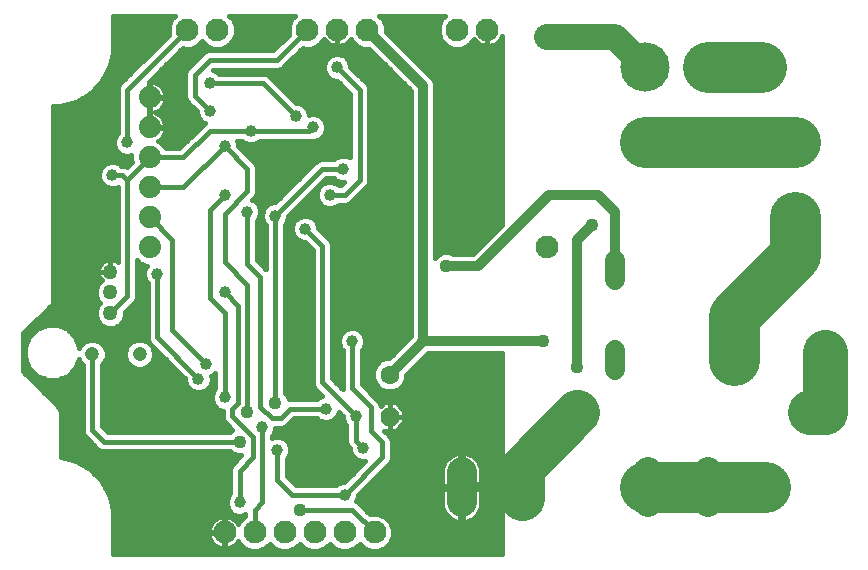
<source format=gbl>
G75*
G70*
%OFA0B0*%
%FSLAX24Y24*%
%IPPOS*%
%LPD*%
%AMOC8*
5,1,8,0,0,1.08239X$1,22.5*
%
%ADD10C,0.0760*%
%ADD11C,0.0500*%
%ADD12C,0.0475*%
%ADD13C,0.0740*%
%ADD14OC8,0.0630*%
%ADD15C,0.0630*%
%ADD16C,0.0650*%
%ADD17C,0.0660*%
%ADD18C,0.1640*%
%ADD19C,0.1000*%
%ADD20C,0.0436*%
%ADD21C,0.0160*%
%ADD22C,0.0397*%
%ADD23C,0.0320*%
%ADD24C,0.1700*%
%ADD25C,0.0860*%
%ADD26C,0.1500*%
%ADD27C,0.0560*%
D10*
X007939Y001436D03*
X008939Y001436D03*
X009939Y001436D03*
X010939Y001436D03*
X011939Y001436D03*
X012939Y001436D03*
X018689Y010936D03*
X018689Y017936D03*
X016689Y018186D03*
X015689Y018186D03*
X012689Y018186D03*
X011689Y018186D03*
X010689Y018186D03*
X007689Y018186D03*
X006689Y018186D03*
D11*
X004127Y010123D03*
X004127Y009436D03*
X004127Y008748D03*
D12*
X003527Y007373D03*
X005101Y007373D03*
D13*
X005439Y010936D03*
X005439Y011936D03*
X005439Y012936D03*
X005439Y013936D03*
X005439Y014936D03*
X005439Y015936D03*
D14*
X013439Y005298D03*
D15*
X013439Y006698D03*
D16*
X019364Y005436D02*
X020014Y005436D01*
X027364Y005436D02*
X028014Y005436D01*
D17*
X027939Y006856D02*
X027939Y007516D01*
X024939Y007516D02*
X024939Y006856D01*
X020939Y006856D02*
X020939Y007516D01*
X020939Y009856D02*
X020939Y010516D01*
D18*
X021939Y014436D03*
X024439Y014436D03*
X026939Y014436D03*
X026939Y011936D03*
X025814Y016936D03*
X024064Y016936D03*
X021939Y016936D03*
X025939Y002936D03*
D19*
X024039Y002436D02*
X024039Y003436D01*
X022039Y003436D02*
X022039Y002436D01*
X017839Y002436D02*
X017839Y003436D01*
X015839Y003436D02*
X015839Y002436D01*
D20*
X014189Y001186D03*
X010439Y002186D03*
X008439Y004463D03*
X008689Y005436D03*
X009627Y005748D03*
X015314Y010311D03*
X018564Y007811D03*
X019689Y006936D03*
X020189Y011686D03*
D21*
X004219Y001991D02*
X004219Y000716D01*
X017189Y000716D01*
X017189Y002071D01*
X017099Y002288D01*
X017099Y003583D01*
X017189Y003800D01*
X017189Y007411D01*
X014717Y007411D01*
X013994Y006687D01*
X013994Y006588D01*
X013910Y006384D01*
X013753Y006228D01*
X013549Y006143D01*
X013329Y006143D01*
X013125Y006228D01*
X012969Y006384D01*
X012884Y006588D01*
X012884Y006809D01*
X012969Y007012D01*
X013125Y007169D01*
X013329Y007253D01*
X013428Y007253D01*
X014151Y007976D01*
X014151Y016157D01*
X012743Y017566D01*
X012566Y017566D01*
X012338Y017660D01*
X012163Y017834D01*
X012141Y017889D01*
X012101Y017834D01*
X012041Y017774D01*
X011972Y017724D01*
X011896Y017685D01*
X011816Y017659D01*
X011732Y017646D01*
X011698Y017646D01*
X011698Y018177D01*
X011680Y018177D01*
X011680Y017646D01*
X011647Y017646D01*
X011563Y017659D01*
X011482Y017685D01*
X011406Y017724D01*
X011337Y017774D01*
X011277Y017834D01*
X011237Y017889D01*
X011215Y017834D01*
X011040Y017660D01*
X010812Y017566D01*
X010566Y017566D01*
X010535Y017579D01*
X009960Y017004D01*
X009870Y016914D01*
X009753Y016866D01*
X007572Y016866D01*
X007542Y016836D01*
X007687Y016776D01*
X007739Y016724D01*
X009157Y016724D01*
X009284Y016724D01*
X009402Y016676D01*
X009481Y016596D01*
X009492Y016586D01*
X009492Y016586D01*
X010328Y015749D01*
X010401Y015749D01*
X010562Y015682D01*
X010686Y015559D01*
X010752Y015398D01*
X010752Y015359D01*
X010789Y015374D01*
X010964Y015374D01*
X011125Y015307D01*
X011248Y015184D01*
X011315Y015023D01*
X011315Y014848D01*
X011248Y014687D01*
X011125Y014564D01*
X010964Y014497D01*
X012119Y014497D01*
X012119Y014339D02*
X008377Y014339D01*
X008377Y014325D02*
X008377Y014398D01*
X008339Y014491D01*
X008514Y014491D01*
X008566Y014439D01*
X008727Y014372D01*
X008901Y014372D01*
X009062Y014439D01*
X009114Y014491D01*
X010815Y014491D01*
X010831Y014497D01*
X010964Y014497D01*
X011217Y014656D02*
X012119Y014656D01*
X012119Y014814D02*
X011301Y014814D01*
X011315Y014973D02*
X012119Y014973D01*
X012119Y015131D02*
X011270Y015131D01*
X011142Y015290D02*
X012119Y015290D01*
X012119Y015448D02*
X010731Y015448D01*
X010638Y015607D02*
X012119Y015607D01*
X012119Y015766D02*
X010312Y015766D01*
X010153Y015924D02*
X012119Y015924D01*
X012119Y016053D02*
X012119Y013935D01*
X011964Y013999D01*
X011789Y013999D01*
X011628Y013932D01*
X011576Y013881D01*
X011125Y013881D01*
X011008Y013832D01*
X010918Y013742D01*
X009612Y012436D01*
X009539Y012436D01*
X008996Y012436D01*
X008937Y012495D02*
X008858Y012527D01*
X008960Y012629D01*
X009009Y012747D01*
X009009Y012874D01*
X009009Y013624D01*
X008960Y013742D01*
X008870Y013832D01*
X008377Y014325D01*
X008522Y014180D02*
X012119Y014180D01*
X012119Y014022D02*
X008681Y014022D01*
X008839Y013863D02*
X011083Y013863D01*
X010880Y013704D02*
X008976Y013704D01*
X009009Y013546D02*
X010722Y013546D01*
X010563Y013387D02*
X009009Y013387D01*
X009009Y013229D02*
X010405Y013229D01*
X010246Y013070D02*
X009009Y013070D01*
X009009Y012912D02*
X010088Y012912D01*
X009929Y012753D02*
X009009Y012753D01*
X008926Y012595D02*
X009771Y012595D01*
X009539Y012436D02*
X009378Y012370D01*
X009255Y012246D01*
X009188Y012085D01*
X009188Y011911D01*
X009255Y011750D01*
X009307Y011698D01*
X009307Y010208D01*
X009009Y010506D01*
X009009Y011823D01*
X009061Y011875D01*
X009127Y012036D01*
X009127Y012210D01*
X009061Y012371D01*
X008937Y012495D01*
X009100Y012278D02*
X009286Y012278D01*
X009202Y012119D02*
X009127Y012119D01*
X009096Y011961D02*
X009188Y011961D01*
X009233Y011802D02*
X009009Y011802D01*
X009009Y011643D02*
X009307Y011643D01*
X009307Y011485D02*
X009009Y011485D01*
X009009Y011326D02*
X009307Y011326D01*
X009307Y011168D02*
X009009Y011168D01*
X009009Y011009D02*
X009307Y011009D01*
X009307Y010851D02*
X009009Y010851D01*
X009009Y010692D02*
X009307Y010692D01*
X009307Y010534D02*
X009009Y010534D01*
X009140Y010375D02*
X009307Y010375D01*
X009298Y010217D02*
X009307Y010217D01*
X009127Y009936D02*
X009127Y005623D01*
X009502Y005248D01*
X009814Y005248D01*
X010127Y005561D01*
X011314Y005561D01*
X011014Y005881D02*
X010190Y005881D01*
X010068Y005881D01*
X010015Y006008D01*
X009947Y006076D01*
X009947Y011698D01*
X009998Y011750D01*
X010065Y011911D01*
X010065Y011984D01*
X011322Y013241D01*
X011576Y013241D01*
X011628Y013189D01*
X011789Y013122D01*
X011923Y013122D01*
X011806Y013006D01*
X011739Y013006D01*
X011687Y013057D01*
X011526Y013124D01*
X011352Y013124D01*
X011191Y013057D01*
X011067Y012934D01*
X011001Y012773D01*
X011001Y012598D01*
X011067Y012437D01*
X011191Y012314D01*
X011352Y012247D01*
X011526Y012247D01*
X011687Y012314D01*
X011739Y012366D01*
X012003Y012366D01*
X012120Y012414D01*
X012210Y012504D01*
X012620Y012914D01*
X012710Y013004D01*
X012759Y013122D01*
X012759Y016122D01*
X012759Y016249D01*
X012710Y016367D01*
X012127Y016950D01*
X012127Y017023D01*
X012061Y017184D01*
X011937Y017307D01*
X011776Y017374D01*
X011602Y017374D01*
X011441Y017307D01*
X011317Y017184D01*
X011251Y017023D01*
X011251Y016848D01*
X011317Y016687D01*
X011441Y016564D01*
X011602Y016497D01*
X011675Y016497D01*
X012119Y016053D01*
X012089Y016083D02*
X009995Y016083D01*
X009836Y016241D02*
X011931Y016241D01*
X011772Y016400D02*
X009677Y016400D01*
X009519Y016558D02*
X011454Y016558D01*
X011305Y016717D02*
X009302Y016717D01*
X009220Y016404D02*
X010314Y015311D01*
X010752Y014811D02*
X010877Y014936D01*
X010752Y014811D02*
X008689Y014811D01*
X008814Y014811D01*
X008689Y014811D02*
X008689Y014811D01*
X007439Y014811D01*
X006564Y013936D01*
X005439Y013936D01*
X004689Y013186D01*
X004533Y013342D01*
X004189Y013342D01*
X003751Y013387D02*
X002219Y013387D01*
X002219Y013229D02*
X003761Y013229D01*
X003751Y013255D02*
X003817Y013094D01*
X003941Y012970D01*
X004102Y012903D01*
X004276Y012903D01*
X004369Y012942D01*
X004369Y010454D01*
X004341Y010474D01*
X004284Y010503D01*
X004223Y010523D01*
X004159Y010533D01*
X004127Y010533D01*
X004127Y010123D01*
X004126Y010123D01*
X003717Y010123D01*
X003717Y010091D01*
X003727Y010027D01*
X003747Y009966D01*
X003776Y009908D01*
X003814Y009856D01*
X003834Y009836D01*
X003711Y009713D01*
X003637Y009533D01*
X003637Y009338D01*
X003711Y009158D01*
X003777Y009092D01*
X003711Y009026D01*
X003637Y008846D01*
X003637Y008651D01*
X003711Y008470D01*
X003849Y008333D01*
X004029Y008258D01*
X004224Y008258D01*
X004404Y008333D01*
X004542Y008470D01*
X004617Y008651D01*
X004617Y008786D01*
X004960Y009129D01*
X005009Y009247D01*
X005009Y009374D01*
X005009Y010503D01*
X005094Y010418D01*
X005318Y010326D01*
X005334Y010326D01*
X005317Y010309D01*
X005251Y010148D01*
X005251Y009973D01*
X005317Y009812D01*
X005369Y009761D01*
X005369Y007999D01*
X005369Y007872D01*
X005418Y007754D01*
X006626Y006546D01*
X006626Y006473D01*
X006692Y006312D01*
X006816Y006189D01*
X006977Y006122D01*
X007151Y006122D01*
X007312Y006189D01*
X007436Y006312D01*
X007502Y006473D01*
X007502Y006648D01*
X007497Y006662D01*
X007562Y006689D01*
X007619Y006746D01*
X007619Y006236D01*
X007567Y006184D01*
X007501Y006023D01*
X007501Y005848D01*
X007567Y005687D01*
X007691Y005564D01*
X007852Y005497D01*
X007869Y005497D01*
X007869Y005247D01*
X007918Y005129D01*
X008008Y005039D01*
X008191Y004856D01*
X008180Y004851D01*
X008111Y004783D01*
X004044Y004783D01*
X003847Y004981D01*
X003847Y007018D01*
X003931Y007103D01*
X004004Y007278D01*
X004004Y007468D01*
X003931Y007644D01*
X003797Y007778D01*
X003622Y007851D01*
X003432Y007851D01*
X003256Y007778D01*
X003122Y007644D01*
X003099Y007588D01*
X003099Y007617D01*
X002960Y007951D01*
X002704Y008207D01*
X002370Y008345D01*
X002008Y008345D01*
X001674Y008207D01*
X001418Y007951D01*
X001279Y007617D01*
X001279Y007255D01*
X001418Y006920D01*
X001674Y006664D01*
X002008Y006526D01*
X002370Y006526D01*
X002704Y006664D01*
X002960Y006920D01*
X003079Y007206D01*
X003122Y007103D01*
X003207Y007018D01*
X003207Y004912D01*
X003207Y004784D01*
X003255Y004667D01*
X003255Y004668D02*
X002469Y004668D01*
X002469Y004826D02*
X003207Y004826D01*
X003207Y004985D02*
X002469Y004985D01*
X002469Y005143D02*
X003207Y005143D01*
X003207Y005302D02*
X002469Y005302D01*
X002469Y005460D02*
X003207Y005460D01*
X003207Y005619D02*
X002402Y005619D01*
X002426Y005594D02*
X002348Y005673D01*
X001219Y006802D01*
X001219Y008070D01*
X002176Y009027D01*
X002219Y009130D01*
X002219Y009241D01*
X002219Y015656D01*
X002245Y015656D01*
X002456Y015656D01*
X002456Y015656D01*
X002973Y015794D01*
X003435Y016061D01*
X003435Y016061D01*
X003813Y016439D01*
X003813Y016439D01*
X004081Y016902D01*
X004219Y017418D01*
X004219Y017418D01*
X004219Y017630D01*
X004219Y018656D01*
X006282Y018656D01*
X006163Y018537D01*
X006069Y018309D01*
X006069Y018062D01*
X006082Y018031D01*
X004418Y016367D01*
X004369Y016249D01*
X004369Y016122D01*
X004369Y014736D01*
X004317Y014684D01*
X004251Y014523D01*
X004251Y014348D01*
X004317Y014187D01*
X004441Y014064D01*
X004602Y013997D01*
X004776Y013997D01*
X004829Y014019D01*
X004829Y013814D01*
X004840Y013789D01*
X004679Y013628D01*
X004596Y013662D01*
X004489Y013662D01*
X004437Y013714D01*
X004276Y013780D01*
X004102Y013780D01*
X003941Y013714D01*
X003817Y013590D01*
X003751Y013429D01*
X003751Y013255D01*
X003841Y013070D02*
X002219Y013070D01*
X002219Y012912D02*
X004082Y012912D01*
X004296Y012912D02*
X004369Y012912D01*
X004369Y012753D02*
X002219Y012753D01*
X002219Y012595D02*
X004369Y012595D01*
X004369Y012436D02*
X002219Y012436D01*
X002219Y012278D02*
X004369Y012278D01*
X004369Y012119D02*
X002219Y012119D01*
X002219Y011961D02*
X004369Y011961D01*
X004369Y011802D02*
X002219Y011802D01*
X002219Y011643D02*
X004369Y011643D01*
X004369Y011485D02*
X002219Y011485D01*
X002219Y011326D02*
X004369Y011326D01*
X004369Y011168D02*
X002219Y011168D01*
X002219Y011009D02*
X004369Y011009D01*
X004369Y010851D02*
X002219Y010851D01*
X002219Y010692D02*
X004369Y010692D01*
X004369Y010534D02*
X002219Y010534D01*
X002219Y010375D02*
X003803Y010375D01*
X003814Y010390D02*
X003776Y010338D01*
X003747Y010280D01*
X003727Y010219D01*
X003717Y010155D01*
X003717Y010123D01*
X004126Y010123D01*
X004126Y010123D01*
X004126Y010533D01*
X004094Y010533D01*
X004031Y010523D01*
X003969Y010503D01*
X003912Y010474D01*
X003859Y010436D01*
X003814Y010390D01*
X003726Y010217D02*
X002219Y010217D01*
X002219Y010058D02*
X003722Y010058D01*
X003782Y009899D02*
X002219Y009899D01*
X002219Y009741D02*
X003739Y009741D01*
X003657Y009582D02*
X002219Y009582D01*
X002219Y009424D02*
X003637Y009424D01*
X003667Y009265D02*
X002219Y009265D01*
X002209Y009107D02*
X003762Y009107D01*
X003679Y008948D02*
X002098Y008948D01*
X001939Y008790D02*
X003637Y008790D01*
X003645Y008631D02*
X001781Y008631D01*
X001622Y008473D02*
X003710Y008473D01*
X003894Y008314D02*
X002446Y008314D01*
X002756Y008155D02*
X005369Y008155D01*
X005369Y007997D02*
X002914Y007997D01*
X003007Y007838D02*
X003402Y007838D01*
X003651Y007838D02*
X004977Y007838D01*
X005006Y007851D02*
X004831Y007778D01*
X004697Y007644D01*
X004624Y007468D01*
X004624Y007278D01*
X004697Y007103D01*
X004831Y006968D01*
X005006Y006896D01*
X005196Y006896D01*
X005372Y006968D01*
X005506Y007103D01*
X005579Y007278D01*
X005579Y007468D01*
X005506Y007644D01*
X005372Y007778D01*
X005196Y007851D01*
X005006Y007851D01*
X005226Y007838D02*
X005383Y007838D01*
X005470Y007680D02*
X005492Y007680D01*
X005557Y007521D02*
X005651Y007521D01*
X005579Y007363D02*
X005809Y007363D01*
X005968Y007204D02*
X005548Y007204D01*
X005449Y007046D02*
X006126Y007046D01*
X006285Y006887D02*
X003847Y006887D01*
X003847Y006729D02*
X006443Y006729D01*
X006602Y006570D02*
X003847Y006570D01*
X003847Y006411D02*
X006651Y006411D01*
X006752Y006253D02*
X003847Y006253D01*
X003847Y006094D02*
X007530Y006094D01*
X007501Y005936D02*
X003847Y005936D01*
X003847Y005777D02*
X007530Y005777D01*
X007636Y005619D02*
X003847Y005619D01*
X003847Y005460D02*
X007869Y005460D01*
X007869Y005497D02*
X007869Y005497D01*
X007869Y005302D02*
X003847Y005302D01*
X003847Y005143D02*
X007912Y005143D01*
X008062Y004985D02*
X003847Y004985D01*
X004001Y004826D02*
X008154Y004826D01*
X008439Y004463D02*
X003911Y004463D01*
X003527Y004848D01*
X003527Y007373D01*
X003080Y007204D02*
X003078Y007204D01*
X003012Y007046D02*
X003179Y007046D01*
X003207Y006887D02*
X002927Y006887D01*
X002769Y006729D02*
X003207Y006729D01*
X003207Y006570D02*
X002477Y006570D01*
X001901Y006570D02*
X001451Y006570D01*
X001609Y006411D02*
X003207Y006411D01*
X003207Y006253D02*
X001768Y006253D01*
X001926Y006094D02*
X003207Y006094D01*
X003207Y005936D02*
X002085Y005936D01*
X002243Y005777D02*
X003207Y005777D01*
X002469Y005491D02*
X002426Y005594D01*
X002469Y005491D02*
X002469Y003962D01*
X002973Y003827D01*
X002973Y003827D01*
X003435Y003560D01*
X003435Y003560D01*
X003435Y003560D01*
X003813Y003182D01*
X003813Y003182D01*
X004081Y002719D01*
X004219Y002203D01*
X004219Y001991D01*
X004219Y001991D01*
X004219Y001972D02*
X007876Y001972D01*
X007897Y001976D02*
X007813Y001962D01*
X007732Y001936D01*
X007656Y001897D01*
X007587Y001847D01*
X007527Y001787D01*
X007477Y001719D01*
X007439Y001643D01*
X007412Y001562D01*
X007399Y001478D01*
X007399Y001454D01*
X007920Y001454D01*
X007920Y001417D01*
X007399Y001417D01*
X007399Y001393D01*
X007412Y001309D01*
X007439Y001228D01*
X007477Y001153D01*
X007527Y001084D01*
X007587Y001024D01*
X007656Y000974D01*
X007732Y000935D01*
X007813Y000909D01*
X007897Y000896D01*
X007921Y000896D01*
X007921Y001417D01*
X007957Y001417D01*
X007957Y000896D01*
X007982Y000896D01*
X008066Y000909D01*
X008146Y000935D01*
X008222Y000974D01*
X008291Y001024D01*
X008351Y001084D01*
X008391Y001139D01*
X008413Y001084D01*
X008588Y000910D01*
X008816Y000816D01*
X009062Y000816D01*
X009290Y000910D01*
X009439Y001059D01*
X009588Y000910D01*
X009816Y000816D01*
X010062Y000816D01*
X010290Y000910D01*
X010439Y001059D01*
X010588Y000910D01*
X010816Y000816D01*
X011062Y000816D01*
X011290Y000910D01*
X011439Y001059D01*
X011588Y000910D01*
X011816Y000816D01*
X012062Y000816D01*
X012290Y000910D01*
X012439Y001059D01*
X012588Y000910D01*
X012816Y000816D01*
X013062Y000816D01*
X013290Y000910D01*
X013465Y001084D01*
X013559Y001312D01*
X013559Y001559D01*
X013465Y001787D01*
X013290Y001961D01*
X013062Y002056D01*
X012816Y002056D01*
X012785Y002043D01*
X012370Y002457D01*
X012326Y002475D01*
X012377Y002598D01*
X012377Y002671D01*
X013460Y003754D01*
X013509Y003872D01*
X013509Y003999D01*
X013509Y004499D01*
X013460Y004617D01*
X013370Y004707D01*
X013254Y004823D01*
X013439Y004823D01*
X013636Y004823D01*
X013914Y005101D01*
X013914Y005298D01*
X013439Y005298D01*
X013439Y004823D01*
X013439Y005298D01*
X013439Y005298D01*
X013439Y005298D01*
X013439Y005299D02*
X013439Y005773D01*
X013242Y005773D01*
X013134Y005665D01*
X013134Y005687D01*
X013123Y005714D01*
X013085Y005804D01*
X012995Y005894D01*
X012710Y006179D01*
X012710Y006179D01*
X012509Y006381D01*
X012509Y007372D01*
X012509Y007499D01*
X012508Y007502D01*
X012508Y007510D01*
X012560Y007561D01*
X012626Y007722D01*
X012626Y007897D01*
X012560Y008058D01*
X012436Y008181D01*
X012275Y008248D01*
X012101Y008248D01*
X011940Y008181D01*
X011816Y008058D01*
X011750Y007897D01*
X011750Y007722D01*
X011816Y007561D01*
X011868Y007510D01*
X011868Y007500D01*
X011868Y007373D01*
X011869Y007371D01*
X011869Y006208D01*
X011509Y006568D01*
X011509Y010934D01*
X011509Y011062D01*
X011460Y011179D01*
X011065Y011575D01*
X011065Y011648D01*
X010998Y011809D01*
X010875Y011932D01*
X010714Y011999D01*
X010539Y011999D01*
X010378Y011932D01*
X010255Y011809D01*
X010188Y011648D01*
X010188Y011473D01*
X010255Y011312D01*
X010378Y011189D01*
X010539Y011122D01*
X010612Y011122D01*
X010869Y010866D01*
X010869Y006372D01*
X010918Y006254D01*
X011008Y006164D01*
X011189Y005983D01*
X011066Y005932D01*
X011014Y005881D01*
X011074Y005936D02*
X010045Y005936D01*
X009947Y006094D02*
X011078Y006094D01*
X010919Y006253D02*
X009947Y006253D01*
X009947Y006411D02*
X010869Y006411D01*
X010869Y006570D02*
X009947Y006570D01*
X009947Y006729D02*
X010869Y006729D01*
X010869Y006887D02*
X009947Y006887D01*
X009947Y007046D02*
X010869Y007046D01*
X010869Y007204D02*
X009947Y007204D01*
X009947Y007363D02*
X010869Y007363D01*
X010869Y007521D02*
X009947Y007521D01*
X009947Y007680D02*
X010869Y007680D01*
X010869Y007838D02*
X009947Y007838D01*
X009947Y007997D02*
X010869Y007997D01*
X010869Y008155D02*
X009947Y008155D01*
X009947Y008314D02*
X010869Y008314D01*
X010869Y008473D02*
X009947Y008473D01*
X009947Y008631D02*
X010869Y008631D01*
X010869Y008790D02*
X009947Y008790D01*
X009947Y008948D02*
X010869Y008948D01*
X010869Y009107D02*
X009947Y009107D01*
X009947Y009265D02*
X010869Y009265D01*
X010869Y009424D02*
X009947Y009424D01*
X009947Y009582D02*
X010869Y009582D01*
X010869Y009741D02*
X009947Y009741D01*
X009947Y009899D02*
X010869Y009899D01*
X010869Y010058D02*
X009947Y010058D01*
X009947Y010217D02*
X010869Y010217D01*
X010869Y010375D02*
X009947Y010375D01*
X009947Y010534D02*
X010869Y010534D01*
X010869Y010692D02*
X009947Y010692D01*
X009947Y010851D02*
X010869Y010851D01*
X010725Y011009D02*
X009947Y011009D01*
X009947Y011168D02*
X010429Y011168D01*
X010249Y011326D02*
X009947Y011326D01*
X009947Y011485D02*
X010188Y011485D01*
X010188Y011643D02*
X009947Y011643D01*
X010020Y011802D02*
X010252Y011802D01*
X010065Y011961D02*
X010446Y011961D01*
X010200Y012119D02*
X014151Y012119D01*
X014151Y011961D02*
X010807Y011961D01*
X011001Y011802D02*
X014151Y011802D01*
X014151Y011643D02*
X011065Y011643D01*
X011155Y011485D02*
X014151Y011485D01*
X014151Y011326D02*
X011313Y011326D01*
X011465Y011168D02*
X014151Y011168D01*
X014151Y011009D02*
X011509Y011009D01*
X011509Y010851D02*
X014151Y010851D01*
X014151Y010692D02*
X011509Y010692D01*
X011509Y010534D02*
X014151Y010534D01*
X014151Y010375D02*
X011509Y010375D01*
X011509Y010217D02*
X014151Y010217D01*
X014151Y010058D02*
X011509Y010058D01*
X011509Y009899D02*
X014151Y009899D01*
X014151Y009741D02*
X011509Y009741D01*
X011509Y009582D02*
X014151Y009582D01*
X014151Y009424D02*
X011509Y009424D01*
X011509Y009265D02*
X014151Y009265D01*
X014151Y009107D02*
X011509Y009107D01*
X011509Y008948D02*
X014151Y008948D01*
X014151Y008790D02*
X011509Y008790D01*
X011509Y008631D02*
X014151Y008631D01*
X014151Y008473D02*
X011509Y008473D01*
X011509Y008314D02*
X014151Y008314D01*
X014151Y008155D02*
X012462Y008155D01*
X012585Y007997D02*
X014151Y007997D01*
X014014Y007838D02*
X012626Y007838D01*
X012609Y007680D02*
X013855Y007680D01*
X013697Y007521D02*
X012520Y007521D01*
X012509Y007363D02*
X013538Y007363D01*
X013211Y007204D02*
X012509Y007204D01*
X012509Y007046D02*
X013002Y007046D01*
X012917Y006887D02*
X012509Y006887D01*
X012509Y006729D02*
X012884Y006729D01*
X012891Y006570D02*
X012509Y006570D01*
X012509Y006411D02*
X012957Y006411D01*
X013099Y006253D02*
X012637Y006253D01*
X012795Y006094D02*
X017189Y006094D01*
X017189Y005936D02*
X012954Y005936D01*
X012995Y005894D02*
X012995Y005894D01*
X013097Y005777D02*
X017189Y005777D01*
X017189Y005619D02*
X013790Y005619D01*
X013914Y005495D02*
X013636Y005773D01*
X013439Y005773D01*
X013439Y005299D01*
X013439Y005299D01*
X013439Y005298D02*
X013914Y005298D01*
X013914Y005495D01*
X013914Y005460D02*
X017189Y005460D01*
X017189Y005302D02*
X013914Y005302D01*
X013914Y005143D02*
X017189Y005143D01*
X017189Y004985D02*
X013797Y004985D01*
X013639Y004826D02*
X017189Y004826D01*
X017189Y004668D02*
X013410Y004668D01*
X013439Y004826D02*
X013439Y004826D01*
X013439Y004985D02*
X013439Y004985D01*
X013439Y005143D02*
X013439Y005143D01*
X013439Y005302D02*
X013439Y005302D01*
X013439Y005460D02*
X013439Y005460D01*
X013439Y005619D02*
X013439Y005619D01*
X012814Y005623D02*
X012814Y004811D01*
X013189Y004436D01*
X013189Y003936D01*
X011939Y002686D01*
X010189Y002686D01*
X009689Y003186D01*
X009689Y004186D01*
X009986Y004509D02*
X011994Y004509D01*
X011994Y004562D02*
X011994Y004434D01*
X012043Y004317D01*
X012126Y004234D01*
X012126Y004161D01*
X012192Y004000D01*
X012316Y003876D01*
X012477Y003810D01*
X012611Y003810D01*
X011925Y003124D01*
X011852Y003124D01*
X011691Y003057D01*
X011639Y003006D01*
X010322Y003006D01*
X010009Y003318D01*
X010009Y003886D01*
X010061Y003937D01*
X010127Y004098D01*
X010127Y004273D01*
X010061Y004434D01*
X009937Y004557D01*
X009776Y004624D01*
X009602Y004624D01*
X009509Y004586D01*
X009509Y004636D01*
X009561Y004687D01*
X009627Y004848D01*
X009627Y004928D01*
X009878Y004928D01*
X009995Y004977D01*
X010085Y005067D01*
X010259Y005241D01*
X011014Y005241D01*
X011066Y005189D01*
X011227Y005122D01*
X011401Y005122D01*
X011562Y005189D01*
X011686Y005312D01*
X011737Y005435D01*
X011876Y005296D01*
X011876Y005223D01*
X011942Y005062D01*
X011994Y005011D01*
X011994Y004562D01*
X011994Y004668D02*
X009541Y004668D01*
X009618Y004826D02*
X011994Y004826D01*
X011994Y004985D02*
X010003Y004985D01*
X010162Y005143D02*
X011176Y005143D01*
X011452Y005143D02*
X011909Y005143D01*
X011870Y005302D02*
X011675Y005302D01*
X012314Y005311D02*
X012314Y004498D01*
X012564Y004248D01*
X012178Y004033D02*
X010101Y004033D01*
X010127Y004192D02*
X012126Y004192D01*
X012029Y004350D02*
X010095Y004350D01*
X010009Y003875D02*
X012319Y003875D01*
X012517Y003716D02*
X010009Y003716D01*
X010009Y003558D02*
X012359Y003558D01*
X012200Y003399D02*
X010009Y003399D01*
X010087Y003241D02*
X012042Y003241D01*
X011751Y003082D02*
X010245Y003082D01*
X009189Y002436D02*
X009189Y004936D01*
X008877Y004623D02*
X008189Y005311D01*
X008189Y005561D01*
X008377Y005748D01*
X008377Y008998D01*
X007939Y009436D01*
X007439Y009248D02*
X007439Y012186D01*
X007939Y012686D01*
X007939Y012061D02*
X007939Y010436D01*
X008689Y009686D01*
X008689Y005436D01*
X007939Y005936D02*
X007939Y008748D01*
X007439Y009248D01*
X008689Y010373D02*
X009127Y009936D01*
X008689Y010373D02*
X008689Y012123D01*
X008689Y012811D02*
X007939Y012061D01*
X008689Y012811D02*
X008689Y013561D01*
X007939Y014311D01*
X006564Y012936D01*
X005439Y012936D01*
X004689Y013186D02*
X004689Y009311D01*
X004127Y008748D01*
X004543Y008473D02*
X005369Y008473D01*
X005369Y008631D02*
X004608Y008631D01*
X004621Y008790D02*
X005369Y008790D01*
X005369Y008948D02*
X004779Y008948D01*
X004938Y009107D02*
X005369Y009107D01*
X005369Y009265D02*
X005009Y009265D01*
X005009Y009424D02*
X005369Y009424D01*
X005369Y009582D02*
X005009Y009582D01*
X005009Y009741D02*
X005369Y009741D01*
X005281Y009899D02*
X005009Y009899D01*
X005009Y010058D02*
X005251Y010058D01*
X005279Y010217D02*
X005009Y010217D01*
X005009Y010375D02*
X005198Y010375D01*
X005689Y010061D02*
X005689Y007936D01*
X007064Y006561D01*
X007502Y006570D02*
X007619Y006570D01*
X007619Y006411D02*
X007477Y006411D01*
X007376Y006253D02*
X007619Y006253D01*
X007602Y006729D02*
X007619Y006729D01*
X007314Y007061D02*
X007314Y007061D01*
X006189Y008186D01*
X006189Y011186D01*
X005439Y011936D01*
X004126Y010375D02*
X004127Y010375D01*
X004126Y010217D02*
X004127Y010217D01*
X004359Y008314D02*
X005369Y008314D01*
X004733Y007680D02*
X003895Y007680D01*
X003982Y007521D02*
X004646Y007521D01*
X004624Y007363D02*
X004004Y007363D01*
X003974Y007204D02*
X004655Y007204D01*
X004754Y007046D02*
X003874Y007046D01*
X003158Y007680D02*
X003073Y007680D01*
X001932Y008314D02*
X001463Y008314D01*
X001305Y008155D02*
X001622Y008155D01*
X001464Y007997D02*
X001219Y007997D01*
X001219Y007838D02*
X001371Y007838D01*
X001305Y007680D02*
X001219Y007680D01*
X001219Y007521D02*
X001279Y007521D01*
X001279Y007363D02*
X001219Y007363D01*
X001219Y007204D02*
X001300Y007204D01*
X001366Y007046D02*
X001219Y007046D01*
X001219Y006887D02*
X001451Y006887D01*
X001609Y006729D02*
X001292Y006729D01*
X003255Y004667D02*
X003730Y004192D01*
X002469Y004192D01*
X002469Y004350D02*
X003572Y004350D01*
X003730Y004192D02*
X003848Y004143D01*
X003975Y004143D01*
X008111Y004143D01*
X008180Y004075D01*
X008348Y004005D01*
X008494Y004005D01*
X008168Y003679D01*
X008119Y003562D01*
X008119Y003434D01*
X008119Y002736D01*
X008067Y002684D01*
X008001Y002523D01*
X008001Y002348D01*
X008067Y002187D01*
X008191Y002064D01*
X008352Y001997D01*
X008526Y001997D01*
X008619Y002036D01*
X008619Y001974D01*
X008588Y001961D01*
X008413Y001787D01*
X008391Y001732D01*
X008351Y001787D01*
X008291Y001847D01*
X008222Y001897D01*
X008146Y001936D01*
X008066Y001962D01*
X007982Y001976D01*
X007957Y001976D01*
X007957Y001454D01*
X007921Y001454D01*
X007921Y001976D01*
X007897Y001976D01*
X007921Y001972D02*
X007957Y001972D01*
X008002Y001972D02*
X008615Y001972D01*
X008440Y001814D02*
X008325Y001814D01*
X007957Y001814D02*
X007921Y001814D01*
X007921Y001655D02*
X007957Y001655D01*
X007957Y001497D02*
X007921Y001497D01*
X007921Y001338D02*
X007957Y001338D01*
X007957Y001180D02*
X007921Y001180D01*
X007921Y001021D02*
X007957Y001021D01*
X008287Y001021D02*
X008477Y001021D01*
X008702Y000862D02*
X004219Y000862D01*
X004219Y001021D02*
X007591Y001021D01*
X007463Y001180D02*
X004219Y001180D01*
X004219Y001338D02*
X007408Y001338D01*
X007402Y001497D02*
X004219Y001497D01*
X004219Y001655D02*
X007445Y001655D01*
X007554Y001814D02*
X004219Y001814D01*
X004219Y002131D02*
X008124Y002131D01*
X008025Y002289D02*
X004196Y002289D01*
X004153Y002448D02*
X008001Y002448D01*
X008035Y002606D02*
X004111Y002606D01*
X004054Y002765D02*
X008119Y002765D01*
X008119Y002924D02*
X003963Y002924D01*
X003871Y003082D02*
X008119Y003082D01*
X008119Y003241D02*
X003755Y003241D01*
X003596Y003399D02*
X008119Y003399D01*
X008119Y003558D02*
X003438Y003558D01*
X003165Y003716D02*
X008205Y003716D01*
X008363Y003875D02*
X002795Y003875D01*
X002469Y004033D02*
X008280Y004033D01*
X008439Y003498D02*
X008877Y003936D01*
X008877Y004623D01*
X008439Y003498D02*
X008439Y002436D01*
X008939Y002186D02*
X008939Y001436D01*
X009401Y001021D02*
X009477Y001021D01*
X009702Y000862D02*
X009176Y000862D01*
X010176Y000862D02*
X010702Y000862D01*
X010477Y001021D02*
X010401Y001021D01*
X011176Y000862D02*
X011702Y000862D01*
X011477Y001021D02*
X011401Y001021D01*
X012176Y000862D02*
X012702Y000862D01*
X012477Y001021D02*
X012401Y001021D01*
X012939Y001436D02*
X012189Y002186D01*
X010439Y002186D01*
X009189Y002436D02*
X008939Y002186D01*
X012379Y002448D02*
X015179Y002448D01*
X015179Y002392D02*
X015190Y002307D01*
X015213Y002223D01*
X015246Y002143D01*
X015289Y002068D01*
X015342Y001999D01*
X015403Y001938D01*
X015472Y001886D01*
X015546Y001842D01*
X015626Y001809D01*
X015710Y001787D01*
X015789Y001776D01*
X015789Y002885D01*
X015889Y002885D01*
X015889Y001776D01*
X015968Y001787D01*
X016052Y001809D01*
X016132Y001842D01*
X016206Y001886D01*
X016275Y001938D01*
X016336Y001999D01*
X016389Y002068D01*
X016432Y002143D01*
X016465Y002223D01*
X016488Y002307D01*
X016499Y002392D01*
X016499Y002886D01*
X015889Y002886D01*
X015889Y002986D01*
X015789Y002986D01*
X015789Y004095D01*
X015710Y004084D01*
X015626Y004062D01*
X015546Y004029D01*
X015472Y003986D01*
X015403Y003933D01*
X015342Y003872D01*
X015289Y003803D01*
X015246Y003728D01*
X015213Y003648D01*
X015190Y003565D01*
X015179Y003479D01*
X015179Y002986D01*
X015789Y002986D01*
X015789Y002886D01*
X015179Y002886D01*
X015179Y002392D01*
X015195Y002289D02*
X012538Y002289D01*
X012696Y002131D02*
X015253Y002131D01*
X015369Y001972D02*
X013263Y001972D01*
X013438Y001814D02*
X015616Y001814D01*
X015789Y001814D02*
X015889Y001814D01*
X015889Y001972D02*
X015789Y001972D01*
X015789Y002131D02*
X015889Y002131D01*
X015889Y002289D02*
X015789Y002289D01*
X015789Y002448D02*
X015889Y002448D01*
X015889Y002606D02*
X015789Y002606D01*
X015789Y002765D02*
X015889Y002765D01*
X015889Y002924D02*
X017099Y002924D01*
X017099Y003082D02*
X016499Y003082D01*
X016499Y002986D02*
X016499Y003479D01*
X016488Y003565D01*
X016465Y003648D01*
X016432Y003728D01*
X016389Y003803D01*
X016336Y003872D01*
X016275Y003933D01*
X016206Y003986D01*
X016132Y004029D01*
X016052Y004062D01*
X015968Y004084D01*
X015889Y004095D01*
X015889Y002986D01*
X016499Y002986D01*
X016499Y002765D02*
X017099Y002765D01*
X017099Y002606D02*
X016499Y002606D01*
X016499Y002448D02*
X017099Y002448D01*
X017099Y002289D02*
X016483Y002289D01*
X016425Y002131D02*
X017164Y002131D01*
X017189Y001972D02*
X016309Y001972D01*
X016062Y001814D02*
X017189Y001814D01*
X017189Y001655D02*
X013519Y001655D01*
X013559Y001497D02*
X017189Y001497D01*
X017189Y001338D02*
X013559Y001338D01*
X013504Y001180D02*
X017189Y001180D01*
X017189Y001021D02*
X013401Y001021D01*
X013176Y000862D02*
X017189Y000862D01*
X015179Y002606D02*
X012377Y002606D01*
X012471Y002765D02*
X015179Y002765D01*
X015179Y003082D02*
X012788Y003082D01*
X012630Y002924D02*
X015789Y002924D01*
X015789Y003082D02*
X015889Y003082D01*
X015889Y003241D02*
X015789Y003241D01*
X015789Y003399D02*
X015889Y003399D01*
X015889Y003558D02*
X015789Y003558D01*
X015789Y003716D02*
X015889Y003716D01*
X015889Y003875D02*
X015789Y003875D01*
X015789Y004033D02*
X015889Y004033D01*
X016121Y004033D02*
X017189Y004033D01*
X017189Y003875D02*
X016333Y003875D01*
X016437Y003716D02*
X017154Y003716D01*
X017099Y003558D02*
X016489Y003558D01*
X016499Y003399D02*
X017099Y003399D01*
X017099Y003241D02*
X016499Y003241D01*
X015558Y004033D02*
X013509Y004033D01*
X013509Y003875D02*
X015345Y003875D01*
X015241Y003716D02*
X013422Y003716D01*
X013264Y003558D02*
X015189Y003558D01*
X015179Y003399D02*
X013105Y003399D01*
X012947Y003241D02*
X015179Y003241D01*
X013509Y004192D02*
X017189Y004192D01*
X017189Y004350D02*
X013509Y004350D01*
X013505Y004509D02*
X017189Y004509D01*
X017189Y006253D02*
X013779Y006253D01*
X013921Y006411D02*
X017189Y006411D01*
X017189Y006570D02*
X013987Y006570D01*
X014035Y006729D02*
X017189Y006729D01*
X017189Y006887D02*
X014194Y006887D01*
X014352Y007046D02*
X017189Y007046D01*
X017189Y007204D02*
X014511Y007204D01*
X014669Y007363D02*
X017189Y007363D01*
X012814Y005623D02*
X012439Y005998D01*
X012189Y006248D01*
X012189Y007436D01*
X012188Y007437D01*
X012188Y007810D01*
X011791Y007997D02*
X011509Y007997D01*
X011509Y008155D02*
X011914Y008155D01*
X011750Y007838D02*
X011509Y007838D01*
X011509Y007680D02*
X011767Y007680D01*
X011856Y007521D02*
X011509Y007521D01*
X011509Y007363D02*
X011869Y007363D01*
X011869Y007204D02*
X011509Y007204D01*
X011509Y007046D02*
X011869Y007046D01*
X011869Y006887D02*
X011509Y006887D01*
X011509Y006729D02*
X011869Y006729D01*
X011869Y006570D02*
X011509Y006570D01*
X011666Y006411D02*
X011869Y006411D01*
X011869Y006253D02*
X011824Y006253D01*
X011189Y006436D02*
X011189Y010998D01*
X010627Y011561D01*
X009627Y011998D02*
X011189Y013561D01*
X011877Y013561D01*
X011588Y013229D02*
X011310Y013229D01*
X011222Y013070D02*
X011151Y013070D01*
X011058Y012912D02*
X010993Y012912D01*
X011001Y012753D02*
X010834Y012753D01*
X010676Y012595D02*
X011002Y012595D01*
X011068Y012436D02*
X010517Y012436D01*
X010359Y012278D02*
X011278Y012278D01*
X011600Y012278D02*
X014151Y012278D01*
X014151Y012436D02*
X012142Y012436D01*
X012301Y012595D02*
X014151Y012595D01*
X014151Y012753D02*
X012459Y012753D01*
X012618Y012912D02*
X014151Y012912D01*
X014151Y013070D02*
X012738Y013070D01*
X012759Y013229D02*
X014151Y013229D01*
X014151Y013387D02*
X012759Y013387D01*
X012759Y013546D02*
X014151Y013546D01*
X014151Y013704D02*
X012759Y013704D01*
X012759Y013863D02*
X014151Y013863D01*
X014151Y014022D02*
X012759Y014022D01*
X012759Y014180D02*
X014151Y014180D01*
X014151Y014339D02*
X012759Y014339D01*
X012759Y014497D02*
X014151Y014497D01*
X014151Y014656D02*
X012759Y014656D01*
X012759Y014814D02*
X014151Y014814D01*
X014151Y014973D02*
X012759Y014973D01*
X012759Y015131D02*
X014151Y015131D01*
X014151Y015290D02*
X012759Y015290D01*
X012759Y015448D02*
X014151Y015448D01*
X014151Y015607D02*
X012759Y015607D01*
X012759Y015766D02*
X014151Y015766D01*
X014151Y015924D02*
X012759Y015924D01*
X012759Y016083D02*
X014151Y016083D01*
X014068Y016241D02*
X012759Y016241D01*
X012677Y016400D02*
X013909Y016400D01*
X013751Y016558D02*
X012519Y016558D01*
X012360Y016717D02*
X013592Y016717D01*
X013434Y016875D02*
X012202Y016875D01*
X012123Y017034D02*
X013275Y017034D01*
X013116Y017192D02*
X012052Y017192D01*
X011832Y017351D02*
X012958Y017351D01*
X012799Y017510D02*
X010466Y017510D01*
X010307Y017351D02*
X011546Y017351D01*
X011326Y017192D02*
X010148Y017192D01*
X009990Y017034D02*
X011255Y017034D01*
X011251Y016875D02*
X009776Y016875D01*
X009689Y017186D02*
X007439Y017186D01*
X006939Y016686D01*
X006939Y015998D01*
X007439Y015498D01*
X007278Y015090D02*
X007191Y015126D01*
X007067Y015250D01*
X007001Y015411D01*
X007001Y015484D01*
X006758Y015727D01*
X006758Y015727D01*
X006668Y015817D01*
X006619Y015934D01*
X006619Y016749D01*
X006668Y016867D01*
X006758Y016957D01*
X007258Y017457D01*
X007375Y017506D01*
X007503Y017506D01*
X009556Y017506D01*
X010082Y018031D01*
X010069Y018062D01*
X010069Y018309D01*
X010163Y018537D01*
X010282Y018656D01*
X008096Y018656D01*
X008215Y018537D01*
X008309Y018309D01*
X008309Y018062D01*
X008215Y017834D01*
X008040Y017660D01*
X007812Y017566D01*
X007566Y017566D01*
X007338Y017660D01*
X007189Y017809D01*
X007040Y017660D01*
X006812Y017566D01*
X006566Y017566D01*
X006535Y017579D01*
X005419Y016463D01*
X005419Y015956D01*
X005459Y015956D01*
X005459Y016466D01*
X005481Y016466D01*
X005563Y016453D01*
X005642Y016427D01*
X005717Y016389D01*
X005784Y016340D01*
X005843Y016281D01*
X005892Y016213D01*
X005930Y016139D01*
X005956Y016060D01*
X005969Y015977D01*
X005969Y015956D01*
X005459Y015956D01*
X005459Y015916D01*
X005969Y015916D01*
X005969Y015894D01*
X005956Y015811D01*
X005930Y015732D01*
X005892Y015658D01*
X005843Y015590D01*
X005784Y015531D01*
X005717Y015482D01*
X005642Y015444D01*
X005615Y015436D01*
X005642Y015427D01*
X005717Y015389D01*
X005784Y015340D01*
X005843Y015281D01*
X005892Y015213D01*
X005930Y015139D01*
X005956Y015060D01*
X005969Y014977D01*
X005969Y014956D01*
X005459Y014956D01*
X005419Y014956D01*
X005419Y015406D01*
X005419Y015915D01*
X005459Y015915D01*
X005459Y015406D01*
X005459Y014956D01*
X005459Y014916D01*
X005969Y014916D01*
X005969Y014894D01*
X005956Y014811D01*
X005930Y014732D01*
X005892Y014658D01*
X005843Y014590D01*
X005784Y014531D01*
X005717Y014482D01*
X005715Y014481D01*
X005785Y014453D01*
X005956Y014281D01*
X005967Y014256D01*
X006431Y014256D01*
X007168Y014992D01*
X007168Y014992D01*
X007258Y015082D01*
X007278Y015090D01*
X007186Y015131D02*
X005933Y015131D01*
X005969Y014973D02*
X007149Y014973D01*
X006990Y014814D02*
X005956Y014814D01*
X005891Y014656D02*
X006832Y014656D01*
X006673Y014497D02*
X005737Y014497D01*
X005899Y014339D02*
X006515Y014339D01*
X007051Y015290D02*
X005834Y015290D01*
X005650Y015448D02*
X007001Y015448D01*
X006878Y015607D02*
X005855Y015607D01*
X005941Y015766D02*
X006719Y015766D01*
X006623Y015924D02*
X005459Y015924D01*
X005459Y015766D02*
X005419Y015766D01*
X005419Y015607D02*
X005459Y015607D01*
X005459Y015448D02*
X005419Y015448D01*
X005419Y015290D02*
X005459Y015290D01*
X005459Y015131D02*
X005419Y015131D01*
X005419Y014973D02*
X005459Y014973D01*
X004689Y014436D02*
X004689Y016186D01*
X006689Y018186D01*
X006246Y018619D02*
X004219Y018619D01*
X004219Y018461D02*
X006132Y018461D01*
X006069Y018302D02*
X004219Y018302D01*
X004219Y018144D02*
X006069Y018144D01*
X006036Y017985D02*
X004219Y017985D01*
X004219Y017827D02*
X005878Y017827D01*
X005719Y017668D02*
X004219Y017668D01*
X004219Y017630D02*
X004219Y017630D01*
X004219Y017510D02*
X005560Y017510D01*
X005402Y017351D02*
X004201Y017351D01*
X004158Y017192D02*
X005243Y017192D01*
X005085Y017034D02*
X004116Y017034D01*
X004081Y016902D02*
X004081Y016902D01*
X004065Y016875D02*
X004926Y016875D01*
X004768Y016717D02*
X003974Y016717D01*
X003882Y016558D02*
X004609Y016558D01*
X004451Y016400D02*
X003774Y016400D01*
X003813Y016439D02*
X003813Y016439D01*
X003615Y016241D02*
X004369Y016241D01*
X004369Y016083D02*
X003457Y016083D01*
X003198Y015924D02*
X004369Y015924D01*
X004369Y015766D02*
X002866Y015766D01*
X002973Y015794D02*
X002973Y015794D01*
X002245Y015656D02*
X002245Y015656D01*
X002219Y015607D02*
X004369Y015607D01*
X004369Y015448D02*
X002219Y015448D01*
X002219Y015290D02*
X004369Y015290D01*
X004369Y015131D02*
X002219Y015131D01*
X002219Y014973D02*
X004369Y014973D01*
X004369Y014814D02*
X002219Y014814D01*
X002219Y014656D02*
X004306Y014656D01*
X004251Y014497D02*
X002219Y014497D01*
X002219Y014339D02*
X004255Y014339D01*
X004324Y014180D02*
X002219Y014180D01*
X002219Y014022D02*
X004543Y014022D01*
X004829Y013863D02*
X002219Y013863D01*
X002219Y013704D02*
X003932Y013704D01*
X003799Y013546D02*
X002219Y013546D01*
X004446Y013704D02*
X004755Y013704D01*
X005419Y016083D02*
X005459Y016083D01*
X005459Y016241D02*
X005419Y016241D01*
X005419Y016400D02*
X005459Y016400D01*
X005514Y016558D02*
X006619Y016558D01*
X006619Y016400D02*
X005696Y016400D01*
X005872Y016241D02*
X006619Y016241D01*
X006619Y016083D02*
X005949Y016083D01*
X005673Y016717D02*
X006619Y016717D01*
X006676Y016875D02*
X005831Y016875D01*
X005990Y017034D02*
X006835Y017034D01*
X006993Y017192D02*
X006148Y017192D01*
X006307Y017351D02*
X007152Y017351D01*
X007048Y017668D02*
X007330Y017668D01*
X006466Y017510D02*
X009560Y017510D01*
X009719Y017668D02*
X008048Y017668D01*
X008207Y017827D02*
X009878Y017827D01*
X010036Y017985D02*
X008277Y017985D01*
X008309Y018144D02*
X010069Y018144D01*
X010069Y018302D02*
X008309Y018302D01*
X008246Y018461D02*
X010132Y018461D01*
X010246Y018619D02*
X008132Y018619D01*
X009689Y017186D02*
X010689Y018186D01*
X011207Y017827D02*
X011284Y017827D01*
X011048Y017668D02*
X011534Y017668D01*
X011680Y017668D02*
X011698Y017668D01*
X011844Y017668D02*
X012330Y017668D01*
X012171Y017827D02*
X012094Y017827D01*
X011698Y017827D02*
X011680Y017827D01*
X011680Y017985D02*
X011698Y017985D01*
X011698Y018144D02*
X011680Y018144D01*
X013096Y018656D02*
X015282Y018656D01*
X015163Y018537D01*
X015069Y018309D01*
X015069Y018062D01*
X015163Y017834D01*
X015338Y017660D01*
X015566Y017566D01*
X015812Y017566D01*
X016040Y017660D01*
X016215Y017834D01*
X016237Y017889D01*
X016277Y017834D01*
X016337Y017774D01*
X016406Y017724D01*
X016482Y017685D01*
X016563Y017659D01*
X016647Y017646D01*
X016680Y017646D01*
X016680Y018177D01*
X016698Y018177D01*
X016698Y017646D01*
X016732Y017646D01*
X016816Y017659D01*
X016896Y017685D01*
X016972Y017724D01*
X017041Y017774D01*
X017101Y017834D01*
X017151Y017903D01*
X017189Y017977D01*
X017189Y011689D01*
X016211Y010711D01*
X015545Y010711D01*
X015405Y010769D01*
X015223Y010769D01*
X015055Y010699D01*
X014951Y010596D01*
X014951Y016244D01*
X014951Y016403D01*
X014891Y016550D01*
X013309Y018131D01*
X013309Y018309D01*
X013215Y018537D01*
X013096Y018656D01*
X013132Y018619D02*
X015246Y018619D01*
X015132Y018461D02*
X013246Y018461D01*
X013309Y018302D02*
X015069Y018302D01*
X015069Y018144D02*
X013309Y018144D01*
X013455Y017985D02*
X015101Y017985D01*
X015171Y017827D02*
X013614Y017827D01*
X013772Y017668D02*
X015330Y017668D01*
X016048Y017668D02*
X016534Y017668D01*
X016680Y017668D02*
X016698Y017668D01*
X016844Y017668D02*
X017189Y017668D01*
X017189Y017510D02*
X013931Y017510D01*
X014089Y017351D02*
X017189Y017351D01*
X017189Y017192D02*
X014248Y017192D01*
X014406Y017034D02*
X017189Y017034D01*
X017189Y016875D02*
X014565Y016875D01*
X014723Y016717D02*
X017189Y016717D01*
X017189Y016558D02*
X014882Y016558D01*
X014951Y016400D02*
X017189Y016400D01*
X017189Y016241D02*
X014951Y016241D01*
X014951Y016083D02*
X017189Y016083D01*
X017189Y015924D02*
X014951Y015924D01*
X014951Y015766D02*
X017189Y015766D01*
X017189Y015607D02*
X014951Y015607D01*
X014951Y015448D02*
X017189Y015448D01*
X017189Y015290D02*
X014951Y015290D01*
X014951Y015131D02*
X017189Y015131D01*
X017189Y014973D02*
X014951Y014973D01*
X014951Y014814D02*
X017189Y014814D01*
X017189Y014656D02*
X014951Y014656D01*
X014951Y014497D02*
X017189Y014497D01*
X017189Y014339D02*
X014951Y014339D01*
X014951Y014180D02*
X017189Y014180D01*
X017189Y014022D02*
X014951Y014022D01*
X014951Y013863D02*
X017189Y013863D01*
X017189Y013704D02*
X014951Y013704D01*
X014951Y013546D02*
X017189Y013546D01*
X017189Y013387D02*
X014951Y013387D01*
X014951Y013229D02*
X017189Y013229D01*
X017189Y013070D02*
X014951Y013070D01*
X014951Y012912D02*
X017189Y012912D01*
X017189Y012753D02*
X014951Y012753D01*
X014951Y012595D02*
X017189Y012595D01*
X017189Y012436D02*
X014951Y012436D01*
X014951Y012278D02*
X017189Y012278D01*
X017189Y012119D02*
X014951Y012119D01*
X014951Y011961D02*
X017189Y011961D01*
X017189Y011802D02*
X014951Y011802D01*
X014951Y011643D02*
X017144Y011643D01*
X016985Y011485D02*
X014951Y011485D01*
X014951Y011326D02*
X016827Y011326D01*
X016668Y011168D02*
X014951Y011168D01*
X014951Y011009D02*
X016510Y011009D01*
X016351Y010851D02*
X014951Y010851D01*
X014951Y010692D02*
X015048Y010692D01*
X012439Y013186D02*
X011939Y012686D01*
X011439Y012686D01*
X011656Y013070D02*
X011871Y013070D01*
X012439Y013186D02*
X012439Y016186D01*
X011689Y016936D01*
X009220Y016404D02*
X007439Y016404D01*
X009627Y011998D02*
X009627Y005748D01*
X011189Y006436D02*
X012314Y005311D01*
X003413Y004509D02*
X002469Y004509D01*
X016207Y017827D02*
X016284Y017827D01*
X016680Y017827D02*
X016698Y017827D01*
X016698Y017985D02*
X016680Y017985D01*
X016680Y018144D02*
X016698Y018144D01*
X017094Y017827D02*
X017189Y017827D01*
D22*
X011689Y016936D03*
X010314Y015311D03*
X010877Y014936D03*
X011877Y013561D03*
X011439Y012686D03*
X010627Y011561D03*
X010189Y010873D03*
X009627Y011998D03*
X008689Y012123D03*
X007939Y012686D03*
X007939Y014311D03*
X008814Y014811D03*
X007439Y015498D03*
X007439Y016404D03*
X004689Y014436D03*
X004189Y013342D03*
X005689Y010061D03*
X007939Y009436D03*
X010314Y007811D03*
X012188Y007810D03*
X011314Y005561D03*
X012314Y005311D03*
X012564Y004248D03*
X011939Y002686D03*
X009689Y004186D03*
X009939Y004748D03*
X009189Y004936D03*
X007939Y005936D03*
X007064Y006561D03*
X007314Y007061D03*
X004439Y005186D03*
X008439Y002436D03*
X005189Y002186D03*
X013439Y011186D03*
D23*
X015314Y010311D02*
X016377Y010311D01*
X018752Y012686D01*
X020377Y012686D01*
X020939Y012123D01*
X020939Y010186D01*
X019689Y011186D02*
X019689Y006936D01*
X018564Y007811D02*
X014551Y007811D01*
X014551Y016323D01*
X012689Y018186D01*
X019689Y011186D02*
X020189Y011686D01*
X014551Y007811D02*
X013439Y006698D01*
X015839Y002936D02*
X016939Y002936D01*
D24*
X021939Y002936D02*
X024039Y002936D01*
X025939Y002936D01*
X024908Y007186D02*
X024908Y008654D01*
X026939Y010686D01*
X026939Y011936D01*
X026939Y014436D02*
X024439Y014436D01*
X021939Y014436D01*
X024064Y016936D02*
X025814Y016936D01*
D25*
X021939Y016936D02*
X020939Y017936D01*
X018689Y017936D01*
D26*
X027939Y007436D02*
X027939Y007186D01*
X027939Y005436D01*
X027689Y005436D01*
X027439Y005436D01*
X019689Y005436D02*
X017939Y003686D01*
X017939Y003623D01*
X017845Y003529D01*
X017845Y002592D01*
X017783Y002936D02*
X017189Y002936D01*
X017158Y002904D01*
X017783Y002936D02*
X017783Y003529D01*
X017939Y003686D01*
D27*
X017158Y002904D02*
X016970Y002904D01*
X016939Y002936D01*
M02*

</source>
